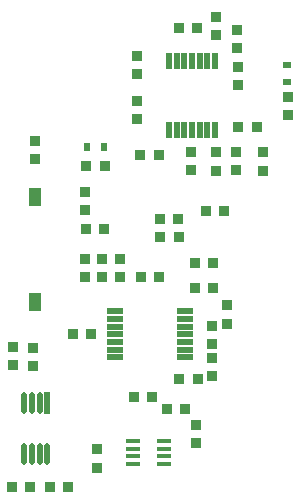
<source format=gbr>
%TF.GenerationSoftware,KiCad,Pcbnew,7.0.7*%
%TF.CreationDate,2023-10-04T23:23:26-04:00*%
%TF.ProjectId,AcousticsSingleChannel,41636f75-7374-4696-9373-53696e676c65,rev?*%
%TF.SameCoordinates,Original*%
%TF.FileFunction,Paste,Top*%
%TF.FilePolarity,Positive*%
%FSLAX46Y46*%
G04 Gerber Fmt 4.6, Leading zero omitted, Abs format (unit mm)*
G04 Created by KiCad (PCBNEW 7.0.7) date 2023-10-04 23:23:26*
%MOMM*%
%LPD*%
G01*
G04 APERTURE LIST*
G04 Aperture macros list*
%AMRoundRect*
0 Rectangle with rounded corners*
0 $1 Rounding radius*
0 $2 $3 $4 $5 $6 $7 $8 $9 X,Y pos of 4 corners*
0 Add a 4 corners polygon primitive as box body*
4,1,4,$2,$3,$4,$5,$6,$7,$8,$9,$2,$3,0*
0 Add four circle primitives for the rounded corners*
1,1,$1+$1,$2,$3*
1,1,$1+$1,$4,$5*
1,1,$1+$1,$6,$7*
1,1,$1+$1,$8,$9*
0 Add four rect primitives between the rounded corners*
20,1,$1+$1,$2,$3,$4,$5,0*
20,1,$1+$1,$4,$5,$6,$7,0*
20,1,$1+$1,$6,$7,$8,$9,0*
20,1,$1+$1,$8,$9,$2,$3,0*%
G04 Aperture macros list end*
%ADD10RoundRect,0.049500X0.175500X0.650500X-0.175500X0.650500X-0.175500X-0.650500X0.175500X-0.650500X0*%
%ADD11RoundRect,0.049500X0.650500X-0.175500X0.650500X0.175500X-0.650500X0.175500X-0.650500X-0.175500X0*%
%ADD12R,0.850000X0.850000*%
%ADD13R,0.600000X0.800000*%
%ADD14R,1.220000X0.400000*%
%ADD15R,1.100000X1.500000*%
%ADD16R,0.494930X1.840420*%
%ADD17RoundRect,0.247465X0.000000X0.672745X0.000000X-0.672745X0.000000X-0.672745X0.000000X0.672745X0*%
%ADD18R,0.800000X0.600000*%
G04 APERTURE END LIST*
D10*
%TO.C,U1*%
X150077490Y-89603575D03*
X150727490Y-89603575D03*
X151377490Y-89603575D03*
X152027490Y-89603575D03*
X152677490Y-89603575D03*
X153327490Y-89603575D03*
X153977490Y-89603575D03*
X153977490Y-83703575D03*
X153327490Y-83703575D03*
X152677490Y-83703575D03*
X152027490Y-83703575D03*
X151377490Y-83703575D03*
X150727490Y-83703575D03*
X150077490Y-83703575D03*
%TD*%
D11*
%TO.C,U2*%
X145486310Y-104943845D03*
X145486310Y-105593845D03*
X145486310Y-106243845D03*
X145486310Y-106893845D03*
X145486310Y-107543845D03*
X145486310Y-108193845D03*
X145486310Y-108843845D03*
X151386310Y-108843845D03*
X151386310Y-108193845D03*
X151386310Y-107543845D03*
X151386310Y-106893845D03*
X151386310Y-106243845D03*
X151386310Y-105593845D03*
X151386310Y-104943845D03*
%TD*%
D12*
%TO.C,R7*%
X144410870Y-102000635D03*
X145960870Y-102000635D03*
%TD*%
%TO.C,C13*%
X136861850Y-107967815D03*
X136861850Y-109517815D03*
%TD*%
%TO.C,R5*%
X138763400Y-90530635D03*
X138763400Y-92080635D03*
%TD*%
%TO.C,R13*%
X152494670Y-110704375D03*
X150944670Y-110704375D03*
%TD*%
D13*
%TO.C,D2*%
X143143250Y-91021295D03*
X144593250Y-91021295D03*
%TD*%
D12*
%TO.C,R15*%
X153708060Y-106195005D03*
X153708060Y-107745005D03*
%TD*%
%TO.C,C17*%
X141946670Y-106890185D03*
X143496670Y-106890185D03*
%TD*%
%TO.C,R21*%
X144628910Y-92670045D03*
X143078910Y-92670045D03*
%TD*%
%TO.C,C2*%
X147640580Y-91676535D03*
X149190580Y-91676535D03*
%TD*%
%TO.C,R10*%
X157494670Y-89317815D03*
X155944670Y-89317815D03*
%TD*%
D14*
%TO.C,U3*%
X147064060Y-115914005D03*
X147064060Y-116564005D03*
X147064060Y-117214005D03*
X147064060Y-117864005D03*
X149684060Y-117864005D03*
X149684060Y-117214005D03*
X149684060Y-116564005D03*
X149684060Y-115914005D03*
%TD*%
D12*
%TO.C,C18*%
X138549900Y-108012515D03*
X138549900Y-109562515D03*
%TD*%
%TO.C,C8*%
X148633440Y-112158055D03*
X147083440Y-112158055D03*
%TD*%
%TO.C,C1*%
X147321410Y-87141055D03*
X147321410Y-88691055D03*
%TD*%
%TO.C,R17*%
X149898060Y-113206005D03*
X151448060Y-113206005D03*
%TD*%
%TO.C,R26*%
X138341060Y-119810005D03*
X136791060Y-119810005D03*
%TD*%
%TO.C,R27*%
X139966060Y-119810005D03*
X141516060Y-119810005D03*
%TD*%
%TO.C,R3*%
X154047310Y-79978095D03*
X154047310Y-81528095D03*
%TD*%
D15*
%TO.C,SW2*%
X138763400Y-95253425D03*
X138763400Y-104153435D03*
%TD*%
D12*
%TO.C,R25*%
X160108210Y-86769675D03*
X160108210Y-88319675D03*
%TD*%
%TO.C,C6*%
X142991540Y-100485005D03*
X142991540Y-102035005D03*
%TD*%
%TO.C,C11*%
X143942690Y-116629235D03*
X143942690Y-118179235D03*
%TD*%
%TO.C,R12*%
X153835060Y-100887005D03*
X152285060Y-100887005D03*
%TD*%
%TO.C,R2*%
X150921650Y-80924615D03*
X152471650Y-80924615D03*
%TD*%
%TO.C,R11*%
X144578190Y-97988195D03*
X143028190Y-97988195D03*
%TD*%
%TO.C,R6*%
X154087290Y-93036605D03*
X154087290Y-91486605D03*
%TD*%
%TO.C,C7*%
X149341340Y-98610085D03*
X150891340Y-98610085D03*
%TD*%
%TO.C,R4*%
X147339090Y-84856075D03*
X147339090Y-83306075D03*
%TD*%
%TO.C,R14*%
X147694940Y-102013725D03*
X149244940Y-102013725D03*
%TD*%
%TO.C,C16*%
X151935160Y-91461515D03*
X151935160Y-93011515D03*
%TD*%
%TO.C,R16*%
X150871210Y-97114215D03*
X149321210Y-97114215D03*
%TD*%
%TO.C,R1*%
X155815290Y-81133515D03*
X155815290Y-82683515D03*
%TD*%
%TO.C,C10*%
X153708060Y-110412005D03*
X153708060Y-108862005D03*
%TD*%
%TO.C,R8*%
X155898990Y-84263195D03*
X155898990Y-85813195D03*
%TD*%
%TO.C,C15*%
X154978060Y-104443005D03*
X154978060Y-105993005D03*
%TD*%
%TO.C,C3*%
X155740060Y-91463005D03*
X155740060Y-93013005D03*
%TD*%
%TO.C,C12*%
X152381510Y-114578945D03*
X152381510Y-116128945D03*
%TD*%
%TO.C,C14*%
X153174060Y-96442005D03*
X154724060Y-96442005D03*
%TD*%
D16*
%TO.C,U4*%
X139759800Y-112741965D03*
D17*
X139109800Y-112741965D03*
X138459800Y-112741965D03*
X137809800Y-112741965D03*
X137809800Y-117061665D03*
X138459800Y-117061665D03*
X139109800Y-117061665D03*
X139759800Y-117061665D03*
%TD*%
D18*
%TO.C,D1*%
X160059220Y-85526345D03*
X160059220Y-84076345D03*
%TD*%
D12*
%TO.C,C5*%
X158011820Y-91486605D03*
X158011820Y-93036605D03*
%TD*%
%TO.C,C9*%
X152257210Y-102999515D03*
X153807210Y-102999515D03*
%TD*%
%TO.C,C4*%
X144400800Y-100492295D03*
X145950800Y-100492295D03*
%TD*%
%TO.C,R9*%
X142976990Y-94825455D03*
X142976990Y-96375455D03*
%TD*%
M02*

</source>
